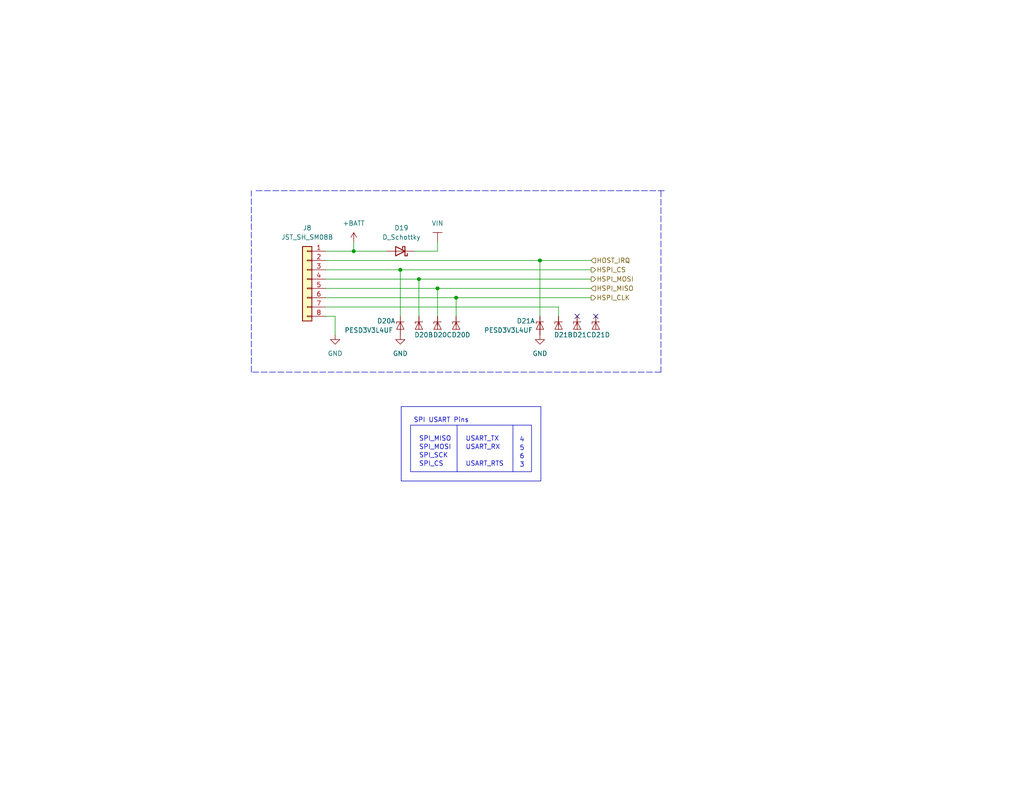
<source format=kicad_sch>
(kicad_sch (version 20231120) (generator "eeschema") (generator_version "8.0")
  (paper "USLetter")
  (title_block (title "ReLoki - Host SPI Slave Interface") (date "2022-10-19") (rev "0.1") (company "George Mason University"))
  (lib_symbols
    (symbol "Connector_Generic:Conn_01x08" (pin_names (offset 1.016) hide)
      (property "Reference" "J" (at 0 10.16 0))
      (property "Value" "Conn_01x08" (at 0 -12.7 0))
      (symbol "Conn_01x08_1_1"
        (rectangle (start -1.27 -10.033) (end 0 -10.287) (stroke (width 0.1524)))
        (rectangle (start -1.27 -7.493) (end 0 -7.747) (stroke (width 0.1524)))
        (rectangle (start -1.27 -4.953) (end 0 -5.207) (stroke (width 0.1524)))
        (rectangle (start -1.27 -2.413) (end 0 -2.667) (stroke (width 0.1524)))
        (rectangle (start -1.27 0.127) (end 0 -0.127) (stroke (width 0.1524)))
        (rectangle (start -1.27 2.667) (end 0 2.413) (stroke (width 0.1524)))
        (rectangle (start -1.27 5.207) (end 0 4.953) (stroke (width 0.1524)))
        (rectangle (start -1.27 7.747) (end 0 7.493) (stroke (width 0.1524)))
        (rectangle (start -1.27 8.89) (end 1.27 -11.43) (stroke (width 0.254)) (fill (type background)))
        (pin passive line (at -5.08 7.62 0) (length 3.81) (name "Pin_1") (number "1"))
        (pin passive line (at -5.08 5.08 0) (length 3.81) (name "Pin_2") (number "2"))
        (pin passive line (at -5.08 2.54 0) (length 3.81) (name "Pin_3") (number "3"))
        (pin passive line (at -5.08 0 0) (length 3.81) (name "Pin_4") (number "4"))
        (pin passive line (at -5.08 -2.54 0) (length 3.81) (name "Pin_5") (number "5"))
        (pin passive line (at -5.08 -5.08 0) (length 3.81) (name "Pin_6") (number "6"))
        (pin passive line (at -5.08 -7.62 0) (length 3.81) (name "Pin_7") (number "7"))
        (pin passive line (at -5.08 -10.16 0) (length 3.81) (name "Pin_8") (number "8"))
      )
    )
    (symbol "Device:D_Schottky" (pin_numbers hide) (pin_names (offset 1.016) hide)
      (property "Reference" "D" (at 0 2.54 0))
      (property "Value" "D_Schottky" (at 0 -2.54 0))
      (symbol "D_Schottky_0_1"
        (polyline (pts (xy 1.27 0) (xy -1.27 0)))
        (polyline (pts (xy 1.27 1.27) (xy 1.27 -1.27) (xy -1.27 0) (xy 1.27 1.27)) (stroke (width 0.254)))
        (polyline (pts (xy -1.905 0.635) (xy -1.905 1.27) (xy -1.27 1.27) (xy -1.27 -1.27) (xy -0.635 -1.27) (xy -0.635 -0.635)) (stroke (width 0.254)))
      )
      (symbol "D_Schottky_1_1"
        (pin passive line (at -3.81 0 0) (length 2.54) (name "K") (number "1"))
        (pin passive line (at 3.81 0 180) (length 2.54) (name "A") (number "2"))
      )
    )
    (symbol "Power_Protection:PESD3V3L4UF" (pin_numbers hide) (pin_names hide)
      (property "Reference" "D" (at 0 2.54 0))
      (property "Value" "PESD3V3L4UF" (at 0 -2.54 0))
      (symbol "PESD3V3L4UF_0_1"
        (polyline (pts (xy -1.016 0) (xy 1.016 0)))
        (polyline (pts (xy -1.016 1.016) (xy -1.016 -1.016) (xy -0.508 -1.016)))
        (polyline (pts (xy 1.016 1.016) (xy -1.016 0) (xy 1.016 -1.016) (xy 1.016 1.016)))
      )
      (symbol "PESD3V3L4UF_1_1"
        (pin passive line (at -2.54 0 0) (length 2.54) (name "K1") (number "1"))
        (pin passive line (at 2.54 0 180) (length 2.54) (name "A") (number "2"))
        (pin passive line (at 2.54 0 180) (length 2.54) hide (name "A") (number "5"))
      )
      (symbol "PESD3V3L4UF_2_1"
        (pin passive line (at -2.54 0 0) (length 2.54) (name "K2") (number "3"))
      )
      (symbol "PESD3V3L4UF_3_1"
        (pin passive line (at -2.54 0 0) (length 2.54) (name "K3") (number "4"))
      )
      (symbol "PESD3V3L4UF_4_1"
        (pin passive line (at -2.54 0 0) (length 2.54) (name "K4") (number "6"))
      )
    )
    (symbol "power:+BATT" (power) (pin_names (offset 0))
      (property "Value" "+BATT" (at 0 3.556 0))
      (symbol "+BATT_0_1"
        (polyline (pts (xy -0.762 1.27) (xy 0 2.54)))
        (polyline (pts (xy 0 0) (xy 0 2.54)))
        (polyline (pts (xy 0 2.54) (xy 0.762 1.27)))
      )
      (symbol "+BATT_1_1"
        (pin power_in line (at 0 0 90) (length 0) hide (name "+BATT") (number "1"))
      )
    )
    (symbol "power:GND" (power) (pin_names (offset 0))
      (property "Value" "GND" (at 0 -3.81 0))
      (symbol "GND_0_1"
        (polyline (pts (xy 0 0) (xy 0 -1.27) (xy 1.27 -1.27) (xy 0 -2.54) (xy -1.27 -1.27) (xy 0 -1.27)))
      )
      (symbol "GND_1_1"
        (pin power_in line (at 0 0 270) (length 0) hide (name "GND") (number "1"))
      )
    )
    (symbol "power_U:VIN" (power) (in_bom no) (on_board no)
      (property "Value" "VIN" (at 0 3.81 0))
      (symbol "VIN_0_1"
        (polyline (pts (xy -1.27 2.54) (xy 1.27 2.54)))
        (polyline (pts (xy 0 0) (xy 0 2.54)))
      )
      (symbol "VIN_1_1"
        (pin power_in line (at 0 0 90) (length 0) hide (name "VIN") (number "1"))
      )
    )
  )
  (junction (at 109.22 73.66))
  (junction (at 114.3 76.2))
  (junction (at 119.38 78.74))
  (junction (at 96.52 68.58))
  (junction (at 124.46 81.28))
  (junction (at 147.32 71.12))
  (no_connect (at 157.48 86.36))
  (no_connect (at 162.56 86.36))
  (wire (pts (xy 124.46 81.28) (xy 161.29 81.28)))
  (polyline (pts (xy 124.714 116.078) (xy 124.714 128.778)))
  (polyline (pts (xy 180.34 52.07) (xy 180.34 101.6)) (stroke (width 0) (type dash)))
  (wire (pts (xy 88.9 86.36) (xy 91.44 86.36)))
  (wire (pts (xy 96.52 66.04) (xy 96.52 68.58)))
  (polyline (pts (xy 69.85 52.07) (xy 181.61 52.07)) (stroke (width 0) (type dash)))
  (wire (pts (xy 88.9 76.2) (xy 114.3 76.2)))
  (wire (pts (xy 147.32 71.12) (xy 147.32 86.36)))
  (wire (pts (xy 147.32 71.12) (xy 161.29 71.12)))
  (wire (pts (xy 88.9 71.12) (xy 147.32 71.12)))
  (wire (pts (xy 114.3 76.2) (xy 114.3 86.36)))
  (wire (pts (xy 119.38 78.74) (xy 161.29 78.74)))
  (wire (pts (xy 88.9 78.74) (xy 119.38 78.74)))
  (wire (pts (xy 91.44 86.36) (xy 91.44 91.44)))
  (wire (pts (xy 88.9 73.66) (xy 109.22 73.66)))
  (wire (pts (xy 119.38 78.74) (xy 119.38 86.36)))
  (wire (pts (xy 114.3 76.2) (xy 161.29 76.2)))
  (wire (pts (xy 88.9 83.82) (xy 152.4 83.82)))
  (wire (pts (xy 124.46 81.28) (xy 124.46 86.36)))
  (wire (pts (xy 109.22 73.66) (xy 109.22 86.36)))
  (wire (pts (xy 88.9 81.28) (xy 124.46 81.28)))
  (wire (pts (xy 88.9 68.58) (xy 96.52 68.58)))
  (wire (pts (xy 109.22 73.66) (xy 161.29 73.66)))
  (polyline (pts (xy 180.34 101.6) (xy 68.58 101.6)) (stroke (width 0) (type dash)))
  (wire (pts (xy 152.4 83.82) (xy 152.4 86.36)))
  (polyline (pts (xy 139.954 116.078) (xy 139.954 128.778)))
  (wire (pts (xy 119.38 68.58) (xy 119.38 66.04)))
  (polyline (pts (xy 68.58 101.6) (xy 68.58 52.07)) (stroke (width 0) (type dash)))
  (wire (pts (xy 113.03 68.58) (xy 119.38 68.58)))
  (wire (pts (xy 96.52 68.58) (xy 105.41 68.58)))
  (rectangle (start 109.474 110.998) (end 147.574 131.318))
  (rectangle (start 112.014 116.078) (end 145.034 128.778))
  (text "SPI_MOSI" (at 114.3 122.174 0) (effects (font (size 1.27 1.27)) (justify left)))
  (text "~" (at 127 124.46 0) (effects (font (size 1.27 1.27)) (justify left)))
  (text "USART_RTS" (at 127 126.746 0) (effects (font (size 1.27 1.27)) (justify left)))
  (text "SPI_SCK" (at 114.3 124.46 0) (effects (font (size 1.27 1.27)) (justify left)))
  (text "USART_RX" (at 127 122.174 0) (effects (font (size 1.27 1.27)) (justify left)))
  (text "5" (at 141.732 122.428 0) (effects (font (size 1.27 1.27)) (justify left)))
  (text "SPI_CS" (at 114.3 126.746 0) (effects (font (size 1.27 1.27)) (justify left)))
  (text "4" (at 141.732 120.142 0) (effects (font (size 1.27 1.27)) (justify left)))
  (text "6" (at 141.732 124.714 0) (effects (font (size 1.27 1.27)) (justify left)))
  (text "SPI_MISO" (at 114.3 119.888 0) (effects (font (size 1.27 1.27)) (justify left)))
  (text "USART_TX" (at 127 119.888 0) (effects (font (size 1.27 1.27)) (justify left)))
  (text "3" (at 141.732 127 0) (effects (font (size 1.27 1.27)) (justify left)))
  (text "SPI USART Pins" (at 120.396 114.808 0) (effects (font (size 1.27 1.27))))
  (hierarchical_label "HSPI_CS" (shape output) (at 161.29 73.66 0))
  (hierarchical_label "HOST_IRQ" (shape input) (at 161.29 71.12 0))
  (hierarchical_label "HSPI_MOSI" (shape output) (at 161.29 76.2 0))
  (hierarchical_label "HSPI_MISO" (shape input) (at 161.29 78.74 0))
  (hierarchical_label "HSPI_CLK" (shape output) (at 161.29 81.28 0))
  (symbol (lib_id "Power_Protection:PESD3V3L4UF") (at 119.38 88.9 270) (unit 3)
    (property "Reference" "D20" (at 118.11 91.44 90) (effects (justify left)))
    (property "Value" "PESD3V3L4UF" (effects (hide yes)))
    (property "Footprint" "Package_TO_SOT_SMD:SOT-886" (effects (hide yes)))
    (property "Datasheet" "https://assets.nexperia.com/documents/data-sheet/PESDXL4UF_G_W.pdf" (effects (hide yes)))
  )
  (symbol (lib_id "Power_Protection:PESD3V3L4UF") (at 114.3 88.9 270) (unit 2)
    (property "Reference" "D20" (at 113.03 91.44 90) (effects (justify left)))
    (property "Value" "PESD3V3L4UF" (effects (hide yes)))
    (property "Footprint" "Package_TO_SOT_SMD:SOT-886" (effects (hide yes)))
    (property "Datasheet" "https://assets.nexperia.com/documents/data-sheet/PESDXL4UF_G_W.pdf" (effects (hide yes)))
  )
  (symbol (lib_id "Device:D_Schottky") (at 109.22 68.58 180) (unit 1)
    (property "Reference" "D19" (at 109.5375 62.23 0))
    (property "Value" "D_Schottky" (at 109.5375 64.77 0))
    (property "Footprint" "Diode_SMD:D_SOD-123F" (effects (hide yes)))
  )
  (symbol (lib_id "power_U:VIN") (at 119.38 66.04 0) (unit 1) (in_bom no) (on_board no)
    (property "Reference" "#PWR0197" (effects (hide yes)))
    (property "Value" "VIN" (at 119.38 60.96 0))
  )
  (symbol (lib_id "power:GND") (at 109.22 91.44 0) (unit 1)
    (property "Reference" "#PWR0174" (effects (hide yes)))
    (property "Value" "GND" (at 109.22 96.52 0))
  )
  (symbol (lib_id "power:GND") (at 91.44 91.44 0) (unit 1)
    (property "Reference" "#PWR0172" (effects (hide yes)))
    (property "Value" "GND" (at 91.44 96.52 0))
  )
  (symbol (lib_id "power:GND") (at 147.32 91.44 0) (unit 1)
    (property "Reference" "#PWR0176" (effects (hide yes)))
    (property "Value" "GND" (at 147.32 96.52 0))
  )
  (symbol (lib_id "Power_Protection:PESD3V3L4UF") (at 162.56 88.9 270) (unit 4)
    (property "Reference" "D21" (at 161.29 91.44 90) (effects (justify left)))
    (property "Value" "PESD3V3L4UF" (effects (hide yes)))
    (property "Footprint" "Package_TO_SOT_SMD:SOT-886" (effects (hide yes)))
    (property "Datasheet" "https://assets.nexperia.com/documents/data-sheet/PESDXL4UF_G_W.pdf" (effects (hide yes)))
  )
  (symbol (lib_id "power:+BATT") (at 96.52 66.04 0) (unit 1)
    (property "Reference" "#PWR0173" (effects (hide yes)))
    (property "Value" "+BATT" (at 96.52 60.96 0))
  )
  (symbol (lib_id "Power_Protection:PESD3V3L4UF") (at 124.46 88.9 270) (unit 4)
    (property "Reference" "D20" (at 123.19 91.44 90) (effects (justify left)))
    (property "Value" "PESD3V3L4UF" (effects (hide yes)))
    (property "Footprint" "Package_TO_SOT_SMD:SOT-886" (effects (hide yes)))
    (property "Datasheet" "https://assets.nexperia.com/documents/data-sheet/PESDXL4UF_G_W.pdf" (effects (hide yes)))
  )
  (symbol (lib_id "Connector_Generic:Conn_01x08") (at 83.82 76.2 0) (mirror y) (unit 1)
    (property "Reference" "J8" (at 83.82 62.23 0))
    (property "Value" "JST_SH_SM08B" (at 83.82 64.77 0))
    (property "Footprint" "Connector_JST:JST_SH_SM08B-SRSS-TB_1x08-1MP_P1.00mm_Horizontal" (effects (hide yes)))
  )
  (symbol (lib_id "Power_Protection:PESD3V3L4UF") (at 152.4 88.9 270) (unit 2)
    (property "Reference" "D21" (at 151.13 91.44 90) (effects (justify left)))
    (property "Value" "PESD3V3L4UF" (effects (hide yes)))
    (property "Footprint" "Package_TO_SOT_SMD:SOT-886" (effects (hide yes)))
    (property "Datasheet" "https://assets.nexperia.com/documents/data-sheet/PESDXL4UF_G_W.pdf" (effects (hide yes)))
  )
  (symbol (lib_id "Power_Protection:PESD3V3L4UF") (at 157.48 88.9 270) (unit 3)
    (property "Reference" "D21" (at 156.21 91.44 90) (effects (justify left)))
    (property "Value" "PESD3V3L4UF" (effects (hide yes)))
    (property "Footprint" "Package_TO_SOT_SMD:SOT-886" (effects (hide yes)))
    (property "Datasheet" "https://assets.nexperia.com/documents/data-sheet/PESDXL4UF_G_W.pdf" (effects (hide yes)))
  )
  (symbol (lib_id "Power_Protection:PESD3V3L4UF") (at 147.32 88.9 270) (unit 1)
    (property "Reference" "D21" (at 140.97 87.63 90) (effects (justify left)))
    (property "Value" "PESD3V3L4UF" (at 132.08 90.17 90) (effects (justify left)))
    (property "Footprint" "Package_TO_SOT_SMD:SOT-886" (effects (hide yes)))
    (property "Datasheet" "https://assets.nexperia.com/documents/data-sheet/PESDXL4UF_G_W.pdf" (effects (hide yes)))
  )
  (symbol (lib_id "Power_Protection:PESD3V3L4UF") (at 109.22 88.9 270) (unit 1)
    (property "Reference" "D20" (at 102.87 87.63 90) (effects (justify left)))
    (property "Value" "PESD3V3L4UF" (at 93.98 90.17 90) (effects (justify left)))
    (property "Footprint" "Package_TO_SOT_SMD:SOT-886" (effects (hide yes)))
    (property "Datasheet" "https://assets.nexperia.com/documents/data-sheet/PESDXL4UF_G_W.pdf" (effects (hide yes)))
  )
)
</source>
